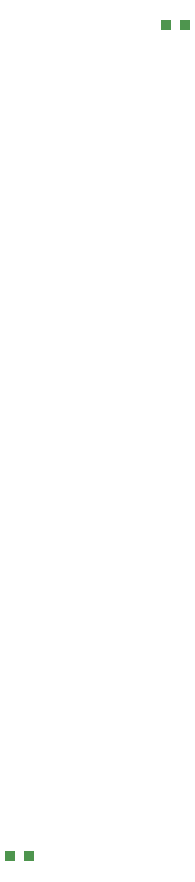
<source format=gbp>
G04*
G04 #@! TF.GenerationSoftware,Altium Limited,Altium Designer,18.1.9 (240)*
G04*
G04 Layer_Color=128*
%FSLAX25Y25*%
%MOIN*%
G70*
G01*
G75*
%ADD20R,0.03700X0.03200*%
D20*
X121000Y93500D02*
D03*
X114600D02*
D03*
X172850Y370500D02*
D03*
X166450D02*
D03*
M02*

</source>
